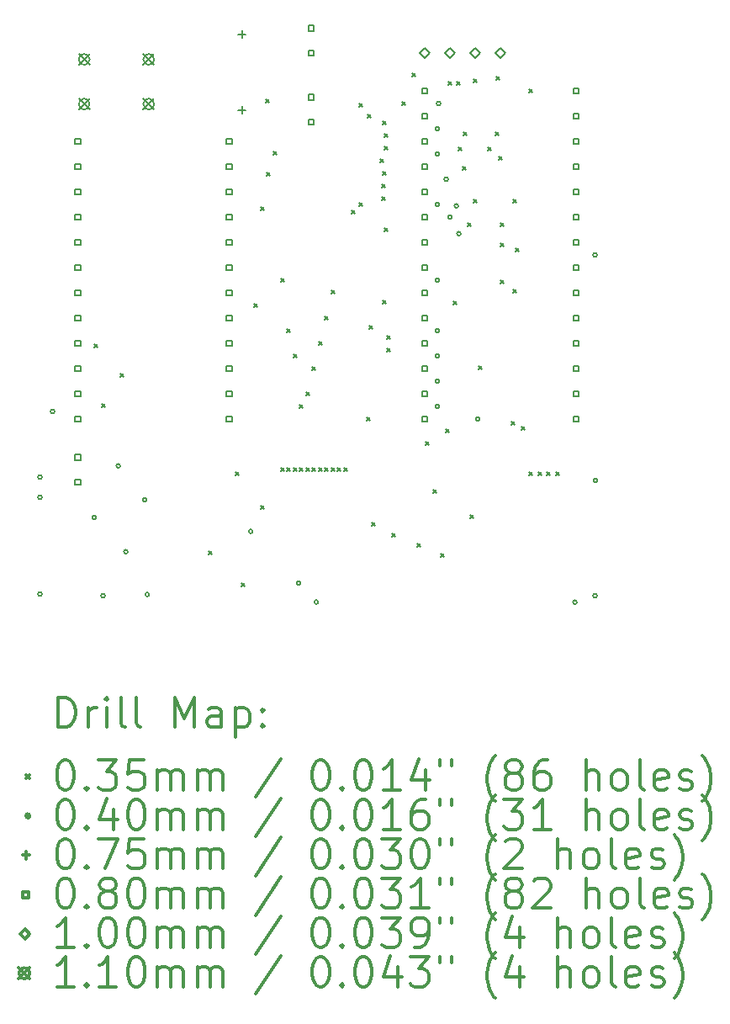
<source format=gbr>
%FSLAX45Y45*%
G04 Gerber Fmt 4.5, Leading zero omitted, Abs format (unit mm)*
G04 Created by KiCad (PCBNEW (5.1.5)-3) date 2020-10-02 02:33:29*
%MOMM*%
%LPD*%
G04 APERTURE LIST*
%ADD10C,0.200000*%
%ADD11C,0.300000*%
G04 APERTURE END LIST*
D10*
X11971300Y-11437900D02*
X12006300Y-11472900D01*
X12006300Y-11437900D02*
X11971300Y-11472900D01*
X12047500Y-12034800D02*
X12082500Y-12069800D01*
X12082500Y-12034800D02*
X12047500Y-12069800D01*
X12238000Y-11730000D02*
X12273000Y-11765000D01*
X12273000Y-11730000D02*
X12238000Y-11765000D01*
X13127000Y-13520700D02*
X13162000Y-13555700D01*
X13162000Y-13520700D02*
X13127000Y-13555700D01*
X13393700Y-12720600D02*
X13428700Y-12755600D01*
X13428700Y-12720600D02*
X13393700Y-12755600D01*
X13457200Y-13838200D02*
X13492200Y-13873200D01*
X13492200Y-13838200D02*
X13457200Y-13873200D01*
X13584200Y-11031500D02*
X13619200Y-11066500D01*
X13619200Y-11031500D02*
X13584200Y-11066500D01*
X13647700Y-10053600D02*
X13682700Y-10088600D01*
X13682700Y-10053600D02*
X13647700Y-10088600D01*
X13647700Y-13063500D02*
X13682700Y-13098500D01*
X13682700Y-13063500D02*
X13647700Y-13098500D01*
X13698500Y-8974100D02*
X13733500Y-9009100D01*
X13733500Y-8974100D02*
X13698500Y-9009100D01*
X13711200Y-9710700D02*
X13746200Y-9745700D01*
X13746200Y-9710700D02*
X13711200Y-9745700D01*
X13774700Y-9494800D02*
X13809700Y-9529800D01*
X13809700Y-9494800D02*
X13774700Y-9529800D01*
X13850900Y-10777500D02*
X13885900Y-10812500D01*
X13885900Y-10777500D02*
X13850900Y-10812500D01*
X13850900Y-12682500D02*
X13885900Y-12717500D01*
X13885900Y-12682500D02*
X13850900Y-12717500D01*
X13914400Y-11285500D02*
X13949400Y-11320500D01*
X13949400Y-11285500D02*
X13914400Y-11320500D01*
X13914400Y-12682500D02*
X13949400Y-12717500D01*
X13949400Y-12682500D02*
X13914400Y-12717500D01*
X13977900Y-11539500D02*
X14012900Y-11574500D01*
X14012900Y-11539500D02*
X13977900Y-11574500D01*
X13977900Y-12682500D02*
X14012900Y-12717500D01*
X14012900Y-12682500D02*
X13977900Y-12717500D01*
X14041400Y-12047500D02*
X14076400Y-12082500D01*
X14076400Y-12047500D02*
X14041400Y-12082500D01*
X14041400Y-12682500D02*
X14076400Y-12717500D01*
X14076400Y-12682500D02*
X14041400Y-12717500D01*
X14104900Y-11920500D02*
X14139900Y-11955500D01*
X14139900Y-11920500D02*
X14104900Y-11955500D01*
X14104900Y-12682500D02*
X14139900Y-12717500D01*
X14139900Y-12682500D02*
X14104900Y-12717500D01*
X14168400Y-11666500D02*
X14203400Y-11701500D01*
X14203400Y-11666500D02*
X14168400Y-11701500D01*
X14168400Y-12682500D02*
X14203400Y-12717500D01*
X14203400Y-12682500D02*
X14168400Y-12717500D01*
X14231900Y-11412500D02*
X14266900Y-11447500D01*
X14266900Y-11412500D02*
X14231900Y-11447500D01*
X14231900Y-12682500D02*
X14266900Y-12717500D01*
X14266900Y-12682500D02*
X14231900Y-12717500D01*
X14295400Y-11158500D02*
X14330400Y-11193500D01*
X14330400Y-11158500D02*
X14295400Y-11193500D01*
X14295400Y-12682500D02*
X14330400Y-12717500D01*
X14330400Y-12682500D02*
X14295400Y-12717500D01*
X14358900Y-10891800D02*
X14393900Y-10926800D01*
X14393900Y-10891800D02*
X14358900Y-10926800D01*
X14358900Y-12682500D02*
X14393900Y-12717500D01*
X14393900Y-12682500D02*
X14358900Y-12717500D01*
X14422400Y-12682500D02*
X14457400Y-12717500D01*
X14457400Y-12682500D02*
X14422400Y-12717500D01*
X14485900Y-12682500D02*
X14520900Y-12717500D01*
X14520900Y-12682500D02*
X14485900Y-12717500D01*
X14562100Y-10091700D02*
X14597100Y-10126700D01*
X14597100Y-10091700D02*
X14562100Y-10126700D01*
X14638300Y-9012200D02*
X14673300Y-9047200D01*
X14673300Y-9012200D02*
X14638300Y-9047200D01*
X14638300Y-10015500D02*
X14673300Y-10050500D01*
X14673300Y-10015500D02*
X14638300Y-10050500D01*
X14714500Y-12174500D02*
X14749500Y-12209500D01*
X14749500Y-12174500D02*
X14714500Y-12209500D01*
X14727200Y-9126500D02*
X14762200Y-9161500D01*
X14762200Y-9126500D02*
X14727200Y-9161500D01*
X14739900Y-11247400D02*
X14774900Y-11282400D01*
X14774900Y-11247400D02*
X14739900Y-11282400D01*
X14765300Y-13228600D02*
X14800300Y-13263600D01*
X14800300Y-13228600D02*
X14765300Y-13263600D01*
X14854200Y-9571000D02*
X14889200Y-9606000D01*
X14889200Y-9571000D02*
X14854200Y-9606000D01*
X14866900Y-9825000D02*
X14901900Y-9860000D01*
X14901900Y-9825000D02*
X14866900Y-9860000D01*
X14866900Y-9952000D02*
X14901900Y-9987000D01*
X14901900Y-9952000D02*
X14866900Y-9987000D01*
X14879600Y-9190000D02*
X14914600Y-9225000D01*
X14914600Y-9190000D02*
X14879600Y-9225000D01*
X14879600Y-9698000D02*
X14914600Y-9733000D01*
X14914600Y-9698000D02*
X14879600Y-9733000D01*
X14879600Y-10993400D02*
X14914600Y-11028400D01*
X14914600Y-10993400D02*
X14879600Y-11028400D01*
X14892300Y-9317000D02*
X14927300Y-9352000D01*
X14927300Y-9317000D02*
X14892300Y-9352000D01*
X14892300Y-9444000D02*
X14927300Y-9479000D01*
X14927300Y-9444000D02*
X14892300Y-9479000D01*
X14892300Y-10269500D02*
X14927300Y-10304500D01*
X14927300Y-10269500D02*
X14892300Y-10304500D01*
X14917700Y-11349000D02*
X14952700Y-11384000D01*
X14952700Y-11349000D02*
X14917700Y-11384000D01*
X14917700Y-11476000D02*
X14952700Y-11511000D01*
X14952700Y-11476000D02*
X14917700Y-11511000D01*
X14968500Y-13342900D02*
X15003500Y-13377900D01*
X15003500Y-13342900D02*
X14968500Y-13377900D01*
X15070100Y-8999500D02*
X15105100Y-9034500D01*
X15105100Y-8999500D02*
X15070100Y-9034500D01*
X15171700Y-8707400D02*
X15206700Y-8742400D01*
X15206700Y-8707400D02*
X15171700Y-8742400D01*
X15222500Y-13444500D02*
X15257500Y-13479500D01*
X15257500Y-13444500D02*
X15222500Y-13479500D01*
X15311400Y-12415800D02*
X15346400Y-12450800D01*
X15346400Y-12415800D02*
X15311400Y-12450800D01*
X15387600Y-12898400D02*
X15422600Y-12933400D01*
X15422600Y-12898400D02*
X15387600Y-12933400D01*
X15463800Y-13546100D02*
X15498800Y-13581100D01*
X15498800Y-13546100D02*
X15463800Y-13581100D01*
X15514600Y-12288800D02*
X15549600Y-12323800D01*
X15549600Y-12288800D02*
X15514600Y-12323800D01*
X15540000Y-8796300D02*
X15575000Y-8831300D01*
X15575000Y-8796300D02*
X15540000Y-8831300D01*
X15590800Y-11006100D02*
X15625800Y-11041100D01*
X15625800Y-11006100D02*
X15590800Y-11041100D01*
X15625000Y-8795284D02*
X15660000Y-8830284D01*
X15660000Y-8795284D02*
X15625000Y-8830284D01*
X15641600Y-9456700D02*
X15676600Y-9491700D01*
X15676600Y-9456700D02*
X15641600Y-9491700D01*
X15679700Y-9647200D02*
X15714700Y-9682200D01*
X15714700Y-9647200D02*
X15679700Y-9682200D01*
X15692400Y-9304300D02*
X15727400Y-9339300D01*
X15727400Y-9304300D02*
X15692400Y-9339300D01*
X15730500Y-10218700D02*
X15765500Y-10253700D01*
X15765500Y-10218700D02*
X15730500Y-10253700D01*
X15755900Y-13152400D02*
X15790900Y-13187400D01*
X15790900Y-13152400D02*
X15755900Y-13187400D01*
X15794000Y-8770900D02*
X15829000Y-8805900D01*
X15829000Y-8770900D02*
X15794000Y-8805900D01*
X15794000Y-9977400D02*
X15829000Y-10012400D01*
X15829000Y-9977400D02*
X15794000Y-10012400D01*
X15844800Y-11653800D02*
X15879800Y-11688800D01*
X15879800Y-11653800D02*
X15844800Y-11688800D01*
X15933700Y-9456700D02*
X15968700Y-9491700D01*
X15968700Y-9456700D02*
X15933700Y-9491700D01*
X16009900Y-9304300D02*
X16044900Y-9339300D01*
X16044900Y-9304300D02*
X16009900Y-9339300D01*
X16022600Y-8745500D02*
X16057600Y-8780500D01*
X16057600Y-8745500D02*
X16022600Y-8780500D01*
X16048000Y-9545600D02*
X16083000Y-9580600D01*
X16083000Y-9545600D02*
X16048000Y-9580600D01*
X16060700Y-10218700D02*
X16095700Y-10253700D01*
X16095700Y-10218700D02*
X16060700Y-10253700D01*
X16060700Y-10421900D02*
X16095700Y-10456900D01*
X16095700Y-10421900D02*
X16060700Y-10456900D01*
X16060700Y-10790200D02*
X16095700Y-10825200D01*
X16095700Y-10790200D02*
X16060700Y-10825200D01*
X16175000Y-12212600D02*
X16210000Y-12247600D01*
X16210000Y-12212600D02*
X16175000Y-12247600D01*
X16187700Y-9977400D02*
X16222700Y-10012400D01*
X16222700Y-9977400D02*
X16187700Y-10012400D01*
X16190700Y-10888800D02*
X16225700Y-10923800D01*
X16225700Y-10888800D02*
X16190700Y-10923800D01*
X16213100Y-10472700D02*
X16248100Y-10507700D01*
X16248100Y-10472700D02*
X16213100Y-10507700D01*
X16276600Y-12263400D02*
X16311600Y-12298400D01*
X16311600Y-12263400D02*
X16276600Y-12298400D01*
X16352800Y-8872500D02*
X16387800Y-8907500D01*
X16387800Y-8872500D02*
X16352800Y-8907500D01*
X16352800Y-12720600D02*
X16387800Y-12755600D01*
X16387800Y-12720600D02*
X16352800Y-12755600D01*
X16441700Y-12720600D02*
X16476700Y-12755600D01*
X16476700Y-12720600D02*
X16441700Y-12755600D01*
X16530600Y-12720600D02*
X16565600Y-12755600D01*
X16565600Y-12720600D02*
X16530600Y-12755600D01*
X16619500Y-12720600D02*
X16654500Y-12755600D01*
X16654500Y-12720600D02*
X16619500Y-12755600D01*
X11450000Y-12776200D02*
G75*
G03X11450000Y-12776200I-20000J0D01*
G01*
X11450000Y-12979400D02*
G75*
G03X11450000Y-12979400I-20000J0D01*
G01*
X11450000Y-13952353D02*
G75*
G03X11450000Y-13952353I-20000J0D01*
G01*
X11577000Y-12115800D02*
G75*
G03X11577000Y-12115800I-20000J0D01*
G01*
X11996100Y-13182600D02*
G75*
G03X11996100Y-13182600I-20000J0D01*
G01*
X12085000Y-13970000D02*
G75*
G03X12085000Y-13970000I-20000J0D01*
G01*
X12237400Y-12661900D02*
G75*
G03X12237400Y-12661900I-20000J0D01*
G01*
X12313600Y-13525500D02*
G75*
G03X12313600Y-13525500I-20000J0D01*
G01*
X12504100Y-13004800D02*
G75*
G03X12504100Y-13004800I-20000J0D01*
G01*
X12529500Y-13957300D02*
G75*
G03X12529500Y-13957300I-20000J0D01*
G01*
X13570900Y-13322300D02*
G75*
G03X13570900Y-13322300I-20000J0D01*
G01*
X14053500Y-13843000D02*
G75*
G03X14053500Y-13843000I-20000J0D01*
G01*
X14231300Y-14033500D02*
G75*
G03X14231300Y-14033500I-20000J0D01*
G01*
X15450500Y-9271000D02*
G75*
G03X15450500Y-9271000I-20000J0D01*
G01*
X15450500Y-9525000D02*
G75*
G03X15450500Y-9525000I-20000J0D01*
G01*
X15450500Y-10033000D02*
G75*
G03X15450500Y-10033000I-20000J0D01*
G01*
X15450500Y-10795000D02*
G75*
G03X15450500Y-10795000I-20000J0D01*
G01*
X15450500Y-11303000D02*
G75*
G03X15450500Y-11303000I-20000J0D01*
G01*
X15450500Y-11557000D02*
G75*
G03X15450500Y-11557000I-20000J0D01*
G01*
X15450500Y-11811000D02*
G75*
G03X15450500Y-11811000I-20000J0D01*
G01*
X15450500Y-12065000D02*
G75*
G03X15450500Y-12065000I-20000J0D01*
G01*
X15463200Y-9017000D02*
G75*
G03X15463200Y-9017000I-20000J0D01*
G01*
X15539400Y-9779000D02*
G75*
G03X15539400Y-9779000I-20000J0D01*
G01*
X15577500Y-10160000D02*
G75*
G03X15577500Y-10160000I-20000J0D01*
G01*
X15641000Y-10045700D02*
G75*
G03X15641000Y-10045700I-20000J0D01*
G01*
X15666400Y-10325100D02*
G75*
G03X15666400Y-10325100I-20000J0D01*
G01*
X15856900Y-12192000D02*
G75*
G03X15856900Y-12192000I-20000J0D01*
G01*
X16834800Y-14033500D02*
G75*
G03X16834800Y-14033500I-20000J0D01*
G01*
X17038000Y-10541000D02*
G75*
G03X17038000Y-10541000I-20000J0D01*
G01*
X17038000Y-13970000D02*
G75*
G03X17038000Y-13970000I-20000J0D01*
G01*
X17043329Y-12808971D02*
G75*
G03X17043329Y-12808971I-20000J0D01*
G01*
X13462000Y-8281000D02*
X13462000Y-8356000D01*
X13424500Y-8318500D02*
X13499500Y-8318500D01*
X13462000Y-9043000D02*
X13462000Y-9118000D01*
X13424500Y-9080500D02*
X13499500Y-9080500D01*
X11839284Y-12605284D02*
X11839284Y-12548715D01*
X11782715Y-12548715D01*
X11782715Y-12605284D01*
X11839284Y-12605284D01*
X11839284Y-12855284D02*
X11839284Y-12798715D01*
X11782715Y-12798715D01*
X11782715Y-12855284D01*
X11839284Y-12855284D01*
X15331784Y-8918285D02*
X15331784Y-8861716D01*
X15275215Y-8861716D01*
X15275215Y-8918285D01*
X15331784Y-8918285D01*
X15331784Y-9172285D02*
X15331784Y-9115716D01*
X15275215Y-9115716D01*
X15275215Y-9172285D01*
X15331784Y-9172285D01*
X15331784Y-9426285D02*
X15331784Y-9369716D01*
X15275215Y-9369716D01*
X15275215Y-9426285D01*
X15331784Y-9426285D01*
X15331784Y-9680285D02*
X15331784Y-9623716D01*
X15275215Y-9623716D01*
X15275215Y-9680285D01*
X15331784Y-9680285D01*
X15331784Y-9934285D02*
X15331784Y-9877716D01*
X15275215Y-9877716D01*
X15275215Y-9934285D01*
X15331784Y-9934285D01*
X15331784Y-10188285D02*
X15331784Y-10131716D01*
X15275215Y-10131716D01*
X15275215Y-10188285D01*
X15331784Y-10188285D01*
X15331784Y-10442285D02*
X15331784Y-10385716D01*
X15275215Y-10385716D01*
X15275215Y-10442285D01*
X15331784Y-10442285D01*
X15331784Y-10696285D02*
X15331784Y-10639716D01*
X15275215Y-10639716D01*
X15275215Y-10696285D01*
X15331784Y-10696285D01*
X15331784Y-10950285D02*
X15331784Y-10893716D01*
X15275215Y-10893716D01*
X15275215Y-10950285D01*
X15331784Y-10950285D01*
X15331784Y-11204284D02*
X15331784Y-11147716D01*
X15275215Y-11147716D01*
X15275215Y-11204284D01*
X15331784Y-11204284D01*
X15331784Y-11458284D02*
X15331784Y-11401715D01*
X15275215Y-11401715D01*
X15275215Y-11458284D01*
X15331784Y-11458284D01*
X15331784Y-11712284D02*
X15331784Y-11655715D01*
X15275215Y-11655715D01*
X15275215Y-11712284D01*
X15331784Y-11712284D01*
X16855785Y-8918285D02*
X16855785Y-8861716D01*
X16799216Y-8861716D01*
X16799216Y-8918285D01*
X16855785Y-8918285D01*
X16855785Y-9172285D02*
X16855785Y-9115716D01*
X16799216Y-9115716D01*
X16799216Y-9172285D01*
X16855785Y-9172285D01*
X16855785Y-9426285D02*
X16855785Y-9369716D01*
X16799216Y-9369716D01*
X16799216Y-9426285D01*
X16855785Y-9426285D01*
X16855785Y-9680285D02*
X16855785Y-9623716D01*
X16799216Y-9623716D01*
X16799216Y-9680285D01*
X16855785Y-9680285D01*
X16855785Y-9934285D02*
X16855785Y-9877716D01*
X16799216Y-9877716D01*
X16799216Y-9934285D01*
X16855785Y-9934285D01*
X16855785Y-10188285D02*
X16855785Y-10131716D01*
X16799216Y-10131716D01*
X16799216Y-10188285D01*
X16855785Y-10188285D01*
X16855785Y-10442285D02*
X16855785Y-10385716D01*
X16799216Y-10385716D01*
X16799216Y-10442285D01*
X16855785Y-10442285D01*
X16855785Y-10696285D02*
X16855785Y-10639716D01*
X16799216Y-10639716D01*
X16799216Y-10696285D01*
X16855785Y-10696285D01*
X16855785Y-10950285D02*
X16855785Y-10893716D01*
X16799216Y-10893716D01*
X16799216Y-10950285D01*
X16855785Y-10950285D01*
X16855785Y-11204284D02*
X16855785Y-11147716D01*
X16799216Y-11147716D01*
X16799216Y-11204284D01*
X16855785Y-11204284D01*
X16855785Y-11458284D02*
X16855785Y-11401715D01*
X16799216Y-11401715D01*
X16799216Y-11458284D01*
X16855785Y-11458284D01*
X16855785Y-11712284D02*
X16855785Y-11655715D01*
X16799216Y-11655715D01*
X16799216Y-11712284D01*
X16855785Y-11712284D01*
X15331784Y-8918285D02*
X15331784Y-8861716D01*
X15275215Y-8861716D01*
X15275215Y-8918285D01*
X15331784Y-8918285D01*
X15331784Y-9172285D02*
X15331784Y-9115716D01*
X15275215Y-9115716D01*
X15275215Y-9172285D01*
X15331784Y-9172285D01*
X15331784Y-9426285D02*
X15331784Y-9369716D01*
X15275215Y-9369716D01*
X15275215Y-9426285D01*
X15331784Y-9426285D01*
X15331784Y-9680285D02*
X15331784Y-9623716D01*
X15275215Y-9623716D01*
X15275215Y-9680285D01*
X15331784Y-9680285D01*
X15331784Y-9934285D02*
X15331784Y-9877716D01*
X15275215Y-9877716D01*
X15275215Y-9934285D01*
X15331784Y-9934285D01*
X15331784Y-10188285D02*
X15331784Y-10131716D01*
X15275215Y-10131716D01*
X15275215Y-10188285D01*
X15331784Y-10188285D01*
X15331784Y-10442285D02*
X15331784Y-10385716D01*
X15275215Y-10385716D01*
X15275215Y-10442285D01*
X15331784Y-10442285D01*
X15331784Y-10696285D02*
X15331784Y-10639716D01*
X15275215Y-10639716D01*
X15275215Y-10696285D01*
X15331784Y-10696285D01*
X15331784Y-10950285D02*
X15331784Y-10893716D01*
X15275215Y-10893716D01*
X15275215Y-10950285D01*
X15331784Y-10950285D01*
X15331784Y-11204284D02*
X15331784Y-11147716D01*
X15275215Y-11147716D01*
X15275215Y-11204284D01*
X15331784Y-11204284D01*
X15331784Y-11458284D02*
X15331784Y-11401715D01*
X15275215Y-11401715D01*
X15275215Y-11458284D01*
X15331784Y-11458284D01*
X15331784Y-11712284D02*
X15331784Y-11655715D01*
X15275215Y-11655715D01*
X15275215Y-11712284D01*
X15331784Y-11712284D01*
X15331784Y-11966284D02*
X15331784Y-11909715D01*
X15275215Y-11909715D01*
X15275215Y-11966284D01*
X15331784Y-11966284D01*
X15331784Y-12220284D02*
X15331784Y-12163715D01*
X15275215Y-12163715D01*
X15275215Y-12220284D01*
X15331784Y-12220284D01*
X16855785Y-8918285D02*
X16855785Y-8861716D01*
X16799216Y-8861716D01*
X16799216Y-8918285D01*
X16855785Y-8918285D01*
X16855785Y-9172285D02*
X16855785Y-9115716D01*
X16799216Y-9115716D01*
X16799216Y-9172285D01*
X16855785Y-9172285D01*
X16855785Y-9426285D02*
X16855785Y-9369716D01*
X16799216Y-9369716D01*
X16799216Y-9426285D01*
X16855785Y-9426285D01*
X16855785Y-9680285D02*
X16855785Y-9623716D01*
X16799216Y-9623716D01*
X16799216Y-9680285D01*
X16855785Y-9680285D01*
X16855785Y-9934285D02*
X16855785Y-9877716D01*
X16799216Y-9877716D01*
X16799216Y-9934285D01*
X16855785Y-9934285D01*
X16855785Y-10188285D02*
X16855785Y-10131716D01*
X16799216Y-10131716D01*
X16799216Y-10188285D01*
X16855785Y-10188285D01*
X16855785Y-10442285D02*
X16855785Y-10385716D01*
X16799216Y-10385716D01*
X16799216Y-10442285D01*
X16855785Y-10442285D01*
X16855785Y-10696285D02*
X16855785Y-10639716D01*
X16799216Y-10639716D01*
X16799216Y-10696285D01*
X16855785Y-10696285D01*
X16855785Y-10950285D02*
X16855785Y-10893716D01*
X16799216Y-10893716D01*
X16799216Y-10950285D01*
X16855785Y-10950285D01*
X16855785Y-11204284D02*
X16855785Y-11147716D01*
X16799216Y-11147716D01*
X16799216Y-11204284D01*
X16855785Y-11204284D01*
X16855785Y-11458284D02*
X16855785Y-11401715D01*
X16799216Y-11401715D01*
X16799216Y-11458284D01*
X16855785Y-11458284D01*
X16855785Y-11712284D02*
X16855785Y-11655715D01*
X16799216Y-11655715D01*
X16799216Y-11712284D01*
X16855785Y-11712284D01*
X16855785Y-11966284D02*
X16855785Y-11909715D01*
X16799216Y-11909715D01*
X16799216Y-11966284D01*
X16855785Y-11966284D01*
X16855785Y-12220284D02*
X16855785Y-12163715D01*
X16799216Y-12163715D01*
X16799216Y-12220284D01*
X16855785Y-12220284D01*
X11839284Y-9426285D02*
X11839284Y-9369716D01*
X11782715Y-9369716D01*
X11782715Y-9426285D01*
X11839284Y-9426285D01*
X11839284Y-9680285D02*
X11839284Y-9623716D01*
X11782715Y-9623716D01*
X11782715Y-9680285D01*
X11839284Y-9680285D01*
X11839284Y-9934285D02*
X11839284Y-9877716D01*
X11782715Y-9877716D01*
X11782715Y-9934285D01*
X11839284Y-9934285D01*
X11839284Y-10188285D02*
X11839284Y-10131716D01*
X11782715Y-10131716D01*
X11782715Y-10188285D01*
X11839284Y-10188285D01*
X11839284Y-10442285D02*
X11839284Y-10385716D01*
X11782715Y-10385716D01*
X11782715Y-10442285D01*
X11839284Y-10442285D01*
X11839284Y-10696285D02*
X11839284Y-10639716D01*
X11782715Y-10639716D01*
X11782715Y-10696285D01*
X11839284Y-10696285D01*
X11839284Y-10950285D02*
X11839284Y-10893716D01*
X11782715Y-10893716D01*
X11782715Y-10950285D01*
X11839284Y-10950285D01*
X11839284Y-11204284D02*
X11839284Y-11147716D01*
X11782715Y-11147716D01*
X11782715Y-11204284D01*
X11839284Y-11204284D01*
X11839284Y-11458284D02*
X11839284Y-11401715D01*
X11782715Y-11401715D01*
X11782715Y-11458284D01*
X11839284Y-11458284D01*
X11839284Y-11712284D02*
X11839284Y-11655715D01*
X11782715Y-11655715D01*
X11782715Y-11712284D01*
X11839284Y-11712284D01*
X11839284Y-11966284D02*
X11839284Y-11909715D01*
X11782715Y-11909715D01*
X11782715Y-11966284D01*
X11839284Y-11966284D01*
X11839284Y-12220284D02*
X11839284Y-12163715D01*
X11782715Y-12163715D01*
X11782715Y-12220284D01*
X11839284Y-12220284D01*
X13363284Y-9426285D02*
X13363284Y-9369716D01*
X13306715Y-9369716D01*
X13306715Y-9426285D01*
X13363284Y-9426285D01*
X13363284Y-9680285D02*
X13363284Y-9623716D01*
X13306715Y-9623716D01*
X13306715Y-9680285D01*
X13363284Y-9680285D01*
X13363284Y-9934285D02*
X13363284Y-9877716D01*
X13306715Y-9877716D01*
X13306715Y-9934285D01*
X13363284Y-9934285D01*
X13363284Y-10188285D02*
X13363284Y-10131716D01*
X13306715Y-10131716D01*
X13306715Y-10188285D01*
X13363284Y-10188285D01*
X13363284Y-10442285D02*
X13363284Y-10385716D01*
X13306715Y-10385716D01*
X13306715Y-10442285D01*
X13363284Y-10442285D01*
X13363284Y-10696285D02*
X13363284Y-10639716D01*
X13306715Y-10639716D01*
X13306715Y-10696285D01*
X13363284Y-10696285D01*
X13363284Y-10950285D02*
X13363284Y-10893716D01*
X13306715Y-10893716D01*
X13306715Y-10950285D01*
X13363284Y-10950285D01*
X13363284Y-11204284D02*
X13363284Y-11147716D01*
X13306715Y-11147716D01*
X13306715Y-11204284D01*
X13363284Y-11204284D01*
X13363284Y-11458284D02*
X13363284Y-11401715D01*
X13306715Y-11401715D01*
X13306715Y-11458284D01*
X13363284Y-11458284D01*
X13363284Y-11712284D02*
X13363284Y-11655715D01*
X13306715Y-11655715D01*
X13306715Y-11712284D01*
X13363284Y-11712284D01*
X13363284Y-11966284D02*
X13363284Y-11909715D01*
X13306715Y-11909715D01*
X13306715Y-11966284D01*
X13363284Y-11966284D01*
X13363284Y-12220284D02*
X13363284Y-12163715D01*
X13306715Y-12163715D01*
X13306715Y-12220284D01*
X13363284Y-12220284D01*
X14188784Y-8287284D02*
X14188784Y-8230715D01*
X14132215Y-8230715D01*
X14132215Y-8287284D01*
X14188784Y-8287284D01*
X14188784Y-8537285D02*
X14188784Y-8480716D01*
X14132215Y-8480716D01*
X14132215Y-8537285D01*
X14188784Y-8537285D01*
X14188784Y-8981785D02*
X14188784Y-8925216D01*
X14132215Y-8925216D01*
X14132215Y-8981785D01*
X14188784Y-8981785D01*
X14188784Y-9231785D02*
X14188784Y-9175216D01*
X14132215Y-9175216D01*
X14132215Y-9231785D01*
X14188784Y-9231785D01*
X15303500Y-8559000D02*
X15353500Y-8509000D01*
X15303500Y-8459000D01*
X15253500Y-8509000D01*
X15303500Y-8559000D01*
X15557500Y-8559000D02*
X15607500Y-8509000D01*
X15557500Y-8459000D01*
X15507500Y-8509000D01*
X15557500Y-8559000D01*
X15811500Y-8559000D02*
X15861500Y-8509000D01*
X15811500Y-8459000D01*
X15761500Y-8509000D01*
X15811500Y-8559000D01*
X16065500Y-8559000D02*
X16115500Y-8509000D01*
X16065500Y-8459000D01*
X16015500Y-8509000D01*
X16065500Y-8559000D01*
X11819500Y-8517500D02*
X11929500Y-8627500D01*
X11929500Y-8517500D02*
X11819500Y-8627500D01*
X11929500Y-8572500D02*
G75*
G03X11929500Y-8572500I-55000J0D01*
G01*
X11819500Y-8967500D02*
X11929500Y-9077500D01*
X11929500Y-8967500D02*
X11819500Y-9077500D01*
X11929500Y-9022500D02*
G75*
G03X11929500Y-9022500I-55000J0D01*
G01*
X12469500Y-8517500D02*
X12579500Y-8627500D01*
X12579500Y-8517500D02*
X12469500Y-8627500D01*
X12579500Y-8572500D02*
G75*
G03X12579500Y-8572500I-55000J0D01*
G01*
X12469500Y-8967500D02*
X12579500Y-9077500D01*
X12579500Y-8967500D02*
X12469500Y-9077500D01*
X12579500Y-9022500D02*
G75*
G03X12579500Y-9022500I-55000J0D01*
G01*
D11*
X11613558Y-15294234D02*
X11613558Y-14994234D01*
X11684987Y-14994234D01*
X11727844Y-15008520D01*
X11756416Y-15037091D01*
X11770701Y-15065663D01*
X11784987Y-15122806D01*
X11784987Y-15165663D01*
X11770701Y-15222806D01*
X11756416Y-15251377D01*
X11727844Y-15279949D01*
X11684987Y-15294234D01*
X11613558Y-15294234D01*
X11913558Y-15294234D02*
X11913558Y-15094234D01*
X11913558Y-15151377D02*
X11927844Y-15122806D01*
X11942130Y-15108520D01*
X11970701Y-15094234D01*
X11999273Y-15094234D01*
X12099273Y-15294234D02*
X12099273Y-15094234D01*
X12099273Y-14994234D02*
X12084987Y-15008520D01*
X12099273Y-15022806D01*
X12113558Y-15008520D01*
X12099273Y-14994234D01*
X12099273Y-15022806D01*
X12284987Y-15294234D02*
X12256416Y-15279949D01*
X12242130Y-15251377D01*
X12242130Y-14994234D01*
X12442130Y-15294234D02*
X12413558Y-15279949D01*
X12399273Y-15251377D01*
X12399273Y-14994234D01*
X12784987Y-15294234D02*
X12784987Y-14994234D01*
X12884987Y-15208520D01*
X12984987Y-14994234D01*
X12984987Y-15294234D01*
X13256416Y-15294234D02*
X13256416Y-15137091D01*
X13242130Y-15108520D01*
X13213558Y-15094234D01*
X13156416Y-15094234D01*
X13127844Y-15108520D01*
X13256416Y-15279949D02*
X13227844Y-15294234D01*
X13156416Y-15294234D01*
X13127844Y-15279949D01*
X13113558Y-15251377D01*
X13113558Y-15222806D01*
X13127844Y-15194234D01*
X13156416Y-15179949D01*
X13227844Y-15179949D01*
X13256416Y-15165663D01*
X13399273Y-15094234D02*
X13399273Y-15394234D01*
X13399273Y-15108520D02*
X13427844Y-15094234D01*
X13484987Y-15094234D01*
X13513558Y-15108520D01*
X13527844Y-15122806D01*
X13542130Y-15151377D01*
X13542130Y-15237091D01*
X13527844Y-15265663D01*
X13513558Y-15279949D01*
X13484987Y-15294234D01*
X13427844Y-15294234D01*
X13399273Y-15279949D01*
X13670701Y-15265663D02*
X13684987Y-15279949D01*
X13670701Y-15294234D01*
X13656416Y-15279949D01*
X13670701Y-15265663D01*
X13670701Y-15294234D01*
X13670701Y-15108520D02*
X13684987Y-15122806D01*
X13670701Y-15137091D01*
X13656416Y-15122806D01*
X13670701Y-15108520D01*
X13670701Y-15137091D01*
X11292130Y-15771020D02*
X11327130Y-15806020D01*
X11327130Y-15771020D02*
X11292130Y-15806020D01*
X11670701Y-15624234D02*
X11699273Y-15624234D01*
X11727844Y-15638520D01*
X11742130Y-15652806D01*
X11756416Y-15681377D01*
X11770701Y-15738520D01*
X11770701Y-15809949D01*
X11756416Y-15867091D01*
X11742130Y-15895663D01*
X11727844Y-15909949D01*
X11699273Y-15924234D01*
X11670701Y-15924234D01*
X11642130Y-15909949D01*
X11627844Y-15895663D01*
X11613558Y-15867091D01*
X11599273Y-15809949D01*
X11599273Y-15738520D01*
X11613558Y-15681377D01*
X11627844Y-15652806D01*
X11642130Y-15638520D01*
X11670701Y-15624234D01*
X11899273Y-15895663D02*
X11913558Y-15909949D01*
X11899273Y-15924234D01*
X11884987Y-15909949D01*
X11899273Y-15895663D01*
X11899273Y-15924234D01*
X12013558Y-15624234D02*
X12199273Y-15624234D01*
X12099273Y-15738520D01*
X12142130Y-15738520D01*
X12170701Y-15752806D01*
X12184987Y-15767091D01*
X12199273Y-15795663D01*
X12199273Y-15867091D01*
X12184987Y-15895663D01*
X12170701Y-15909949D01*
X12142130Y-15924234D01*
X12056416Y-15924234D01*
X12027844Y-15909949D01*
X12013558Y-15895663D01*
X12470701Y-15624234D02*
X12327844Y-15624234D01*
X12313558Y-15767091D01*
X12327844Y-15752806D01*
X12356416Y-15738520D01*
X12427844Y-15738520D01*
X12456416Y-15752806D01*
X12470701Y-15767091D01*
X12484987Y-15795663D01*
X12484987Y-15867091D01*
X12470701Y-15895663D01*
X12456416Y-15909949D01*
X12427844Y-15924234D01*
X12356416Y-15924234D01*
X12327844Y-15909949D01*
X12313558Y-15895663D01*
X12613558Y-15924234D02*
X12613558Y-15724234D01*
X12613558Y-15752806D02*
X12627844Y-15738520D01*
X12656416Y-15724234D01*
X12699273Y-15724234D01*
X12727844Y-15738520D01*
X12742130Y-15767091D01*
X12742130Y-15924234D01*
X12742130Y-15767091D02*
X12756416Y-15738520D01*
X12784987Y-15724234D01*
X12827844Y-15724234D01*
X12856416Y-15738520D01*
X12870701Y-15767091D01*
X12870701Y-15924234D01*
X13013558Y-15924234D02*
X13013558Y-15724234D01*
X13013558Y-15752806D02*
X13027844Y-15738520D01*
X13056416Y-15724234D01*
X13099273Y-15724234D01*
X13127844Y-15738520D01*
X13142130Y-15767091D01*
X13142130Y-15924234D01*
X13142130Y-15767091D02*
X13156416Y-15738520D01*
X13184987Y-15724234D01*
X13227844Y-15724234D01*
X13256416Y-15738520D01*
X13270701Y-15767091D01*
X13270701Y-15924234D01*
X13856416Y-15609949D02*
X13599273Y-15995663D01*
X14242130Y-15624234D02*
X14270701Y-15624234D01*
X14299273Y-15638520D01*
X14313558Y-15652806D01*
X14327844Y-15681377D01*
X14342130Y-15738520D01*
X14342130Y-15809949D01*
X14327844Y-15867091D01*
X14313558Y-15895663D01*
X14299273Y-15909949D01*
X14270701Y-15924234D01*
X14242130Y-15924234D01*
X14213558Y-15909949D01*
X14199273Y-15895663D01*
X14184987Y-15867091D01*
X14170701Y-15809949D01*
X14170701Y-15738520D01*
X14184987Y-15681377D01*
X14199273Y-15652806D01*
X14213558Y-15638520D01*
X14242130Y-15624234D01*
X14470701Y-15895663D02*
X14484987Y-15909949D01*
X14470701Y-15924234D01*
X14456416Y-15909949D01*
X14470701Y-15895663D01*
X14470701Y-15924234D01*
X14670701Y-15624234D02*
X14699273Y-15624234D01*
X14727844Y-15638520D01*
X14742130Y-15652806D01*
X14756416Y-15681377D01*
X14770701Y-15738520D01*
X14770701Y-15809949D01*
X14756416Y-15867091D01*
X14742130Y-15895663D01*
X14727844Y-15909949D01*
X14699273Y-15924234D01*
X14670701Y-15924234D01*
X14642130Y-15909949D01*
X14627844Y-15895663D01*
X14613558Y-15867091D01*
X14599273Y-15809949D01*
X14599273Y-15738520D01*
X14613558Y-15681377D01*
X14627844Y-15652806D01*
X14642130Y-15638520D01*
X14670701Y-15624234D01*
X15056416Y-15924234D02*
X14884987Y-15924234D01*
X14970701Y-15924234D02*
X14970701Y-15624234D01*
X14942130Y-15667091D01*
X14913558Y-15695663D01*
X14884987Y-15709949D01*
X15313558Y-15724234D02*
X15313558Y-15924234D01*
X15242130Y-15609949D02*
X15170701Y-15824234D01*
X15356416Y-15824234D01*
X15456416Y-15624234D02*
X15456416Y-15681377D01*
X15570701Y-15624234D02*
X15570701Y-15681377D01*
X16013558Y-16038520D02*
X15999273Y-16024234D01*
X15970701Y-15981377D01*
X15956416Y-15952806D01*
X15942130Y-15909949D01*
X15927844Y-15838520D01*
X15927844Y-15781377D01*
X15942130Y-15709949D01*
X15956416Y-15667091D01*
X15970701Y-15638520D01*
X15999273Y-15595663D01*
X16013558Y-15581377D01*
X16170701Y-15752806D02*
X16142130Y-15738520D01*
X16127844Y-15724234D01*
X16113558Y-15695663D01*
X16113558Y-15681377D01*
X16127844Y-15652806D01*
X16142130Y-15638520D01*
X16170701Y-15624234D01*
X16227844Y-15624234D01*
X16256416Y-15638520D01*
X16270701Y-15652806D01*
X16284987Y-15681377D01*
X16284987Y-15695663D01*
X16270701Y-15724234D01*
X16256416Y-15738520D01*
X16227844Y-15752806D01*
X16170701Y-15752806D01*
X16142130Y-15767091D01*
X16127844Y-15781377D01*
X16113558Y-15809949D01*
X16113558Y-15867091D01*
X16127844Y-15895663D01*
X16142130Y-15909949D01*
X16170701Y-15924234D01*
X16227844Y-15924234D01*
X16256416Y-15909949D01*
X16270701Y-15895663D01*
X16284987Y-15867091D01*
X16284987Y-15809949D01*
X16270701Y-15781377D01*
X16256416Y-15767091D01*
X16227844Y-15752806D01*
X16542130Y-15624234D02*
X16484987Y-15624234D01*
X16456416Y-15638520D01*
X16442130Y-15652806D01*
X16413558Y-15695663D01*
X16399273Y-15752806D01*
X16399273Y-15867091D01*
X16413558Y-15895663D01*
X16427844Y-15909949D01*
X16456416Y-15924234D01*
X16513558Y-15924234D01*
X16542130Y-15909949D01*
X16556416Y-15895663D01*
X16570701Y-15867091D01*
X16570701Y-15795663D01*
X16556416Y-15767091D01*
X16542130Y-15752806D01*
X16513558Y-15738520D01*
X16456416Y-15738520D01*
X16427844Y-15752806D01*
X16413558Y-15767091D01*
X16399273Y-15795663D01*
X16927844Y-15924234D02*
X16927844Y-15624234D01*
X17056416Y-15924234D02*
X17056416Y-15767091D01*
X17042130Y-15738520D01*
X17013558Y-15724234D01*
X16970701Y-15724234D01*
X16942130Y-15738520D01*
X16927844Y-15752806D01*
X17242130Y-15924234D02*
X17213558Y-15909949D01*
X17199273Y-15895663D01*
X17184987Y-15867091D01*
X17184987Y-15781377D01*
X17199273Y-15752806D01*
X17213558Y-15738520D01*
X17242130Y-15724234D01*
X17284987Y-15724234D01*
X17313558Y-15738520D01*
X17327844Y-15752806D01*
X17342130Y-15781377D01*
X17342130Y-15867091D01*
X17327844Y-15895663D01*
X17313558Y-15909949D01*
X17284987Y-15924234D01*
X17242130Y-15924234D01*
X17513558Y-15924234D02*
X17484987Y-15909949D01*
X17470701Y-15881377D01*
X17470701Y-15624234D01*
X17742130Y-15909949D02*
X17713558Y-15924234D01*
X17656416Y-15924234D01*
X17627844Y-15909949D01*
X17613558Y-15881377D01*
X17613558Y-15767091D01*
X17627844Y-15738520D01*
X17656416Y-15724234D01*
X17713558Y-15724234D01*
X17742130Y-15738520D01*
X17756416Y-15767091D01*
X17756416Y-15795663D01*
X17613558Y-15824234D01*
X17870701Y-15909949D02*
X17899273Y-15924234D01*
X17956416Y-15924234D01*
X17984987Y-15909949D01*
X17999273Y-15881377D01*
X17999273Y-15867091D01*
X17984987Y-15838520D01*
X17956416Y-15824234D01*
X17913558Y-15824234D01*
X17884987Y-15809949D01*
X17870701Y-15781377D01*
X17870701Y-15767091D01*
X17884987Y-15738520D01*
X17913558Y-15724234D01*
X17956416Y-15724234D01*
X17984987Y-15738520D01*
X18099273Y-16038520D02*
X18113558Y-16024234D01*
X18142130Y-15981377D01*
X18156416Y-15952806D01*
X18170701Y-15909949D01*
X18184987Y-15838520D01*
X18184987Y-15781377D01*
X18170701Y-15709949D01*
X18156416Y-15667091D01*
X18142130Y-15638520D01*
X18113558Y-15595663D01*
X18099273Y-15581377D01*
X11327130Y-16184520D02*
G75*
G03X11327130Y-16184520I-20000J0D01*
G01*
X11670701Y-16020234D02*
X11699273Y-16020234D01*
X11727844Y-16034520D01*
X11742130Y-16048806D01*
X11756416Y-16077377D01*
X11770701Y-16134520D01*
X11770701Y-16205949D01*
X11756416Y-16263091D01*
X11742130Y-16291663D01*
X11727844Y-16305949D01*
X11699273Y-16320234D01*
X11670701Y-16320234D01*
X11642130Y-16305949D01*
X11627844Y-16291663D01*
X11613558Y-16263091D01*
X11599273Y-16205949D01*
X11599273Y-16134520D01*
X11613558Y-16077377D01*
X11627844Y-16048806D01*
X11642130Y-16034520D01*
X11670701Y-16020234D01*
X11899273Y-16291663D02*
X11913558Y-16305949D01*
X11899273Y-16320234D01*
X11884987Y-16305949D01*
X11899273Y-16291663D01*
X11899273Y-16320234D01*
X12170701Y-16120234D02*
X12170701Y-16320234D01*
X12099273Y-16005949D02*
X12027844Y-16220234D01*
X12213558Y-16220234D01*
X12384987Y-16020234D02*
X12413558Y-16020234D01*
X12442130Y-16034520D01*
X12456416Y-16048806D01*
X12470701Y-16077377D01*
X12484987Y-16134520D01*
X12484987Y-16205949D01*
X12470701Y-16263091D01*
X12456416Y-16291663D01*
X12442130Y-16305949D01*
X12413558Y-16320234D01*
X12384987Y-16320234D01*
X12356416Y-16305949D01*
X12342130Y-16291663D01*
X12327844Y-16263091D01*
X12313558Y-16205949D01*
X12313558Y-16134520D01*
X12327844Y-16077377D01*
X12342130Y-16048806D01*
X12356416Y-16034520D01*
X12384987Y-16020234D01*
X12613558Y-16320234D02*
X12613558Y-16120234D01*
X12613558Y-16148806D02*
X12627844Y-16134520D01*
X12656416Y-16120234D01*
X12699273Y-16120234D01*
X12727844Y-16134520D01*
X12742130Y-16163091D01*
X12742130Y-16320234D01*
X12742130Y-16163091D02*
X12756416Y-16134520D01*
X12784987Y-16120234D01*
X12827844Y-16120234D01*
X12856416Y-16134520D01*
X12870701Y-16163091D01*
X12870701Y-16320234D01*
X13013558Y-16320234D02*
X13013558Y-16120234D01*
X13013558Y-16148806D02*
X13027844Y-16134520D01*
X13056416Y-16120234D01*
X13099273Y-16120234D01*
X13127844Y-16134520D01*
X13142130Y-16163091D01*
X13142130Y-16320234D01*
X13142130Y-16163091D02*
X13156416Y-16134520D01*
X13184987Y-16120234D01*
X13227844Y-16120234D01*
X13256416Y-16134520D01*
X13270701Y-16163091D01*
X13270701Y-16320234D01*
X13856416Y-16005949D02*
X13599273Y-16391663D01*
X14242130Y-16020234D02*
X14270701Y-16020234D01*
X14299273Y-16034520D01*
X14313558Y-16048806D01*
X14327844Y-16077377D01*
X14342130Y-16134520D01*
X14342130Y-16205949D01*
X14327844Y-16263091D01*
X14313558Y-16291663D01*
X14299273Y-16305949D01*
X14270701Y-16320234D01*
X14242130Y-16320234D01*
X14213558Y-16305949D01*
X14199273Y-16291663D01*
X14184987Y-16263091D01*
X14170701Y-16205949D01*
X14170701Y-16134520D01*
X14184987Y-16077377D01*
X14199273Y-16048806D01*
X14213558Y-16034520D01*
X14242130Y-16020234D01*
X14470701Y-16291663D02*
X14484987Y-16305949D01*
X14470701Y-16320234D01*
X14456416Y-16305949D01*
X14470701Y-16291663D01*
X14470701Y-16320234D01*
X14670701Y-16020234D02*
X14699273Y-16020234D01*
X14727844Y-16034520D01*
X14742130Y-16048806D01*
X14756416Y-16077377D01*
X14770701Y-16134520D01*
X14770701Y-16205949D01*
X14756416Y-16263091D01*
X14742130Y-16291663D01*
X14727844Y-16305949D01*
X14699273Y-16320234D01*
X14670701Y-16320234D01*
X14642130Y-16305949D01*
X14627844Y-16291663D01*
X14613558Y-16263091D01*
X14599273Y-16205949D01*
X14599273Y-16134520D01*
X14613558Y-16077377D01*
X14627844Y-16048806D01*
X14642130Y-16034520D01*
X14670701Y-16020234D01*
X15056416Y-16320234D02*
X14884987Y-16320234D01*
X14970701Y-16320234D02*
X14970701Y-16020234D01*
X14942130Y-16063091D01*
X14913558Y-16091663D01*
X14884987Y-16105949D01*
X15313558Y-16020234D02*
X15256416Y-16020234D01*
X15227844Y-16034520D01*
X15213558Y-16048806D01*
X15184987Y-16091663D01*
X15170701Y-16148806D01*
X15170701Y-16263091D01*
X15184987Y-16291663D01*
X15199273Y-16305949D01*
X15227844Y-16320234D01*
X15284987Y-16320234D01*
X15313558Y-16305949D01*
X15327844Y-16291663D01*
X15342130Y-16263091D01*
X15342130Y-16191663D01*
X15327844Y-16163091D01*
X15313558Y-16148806D01*
X15284987Y-16134520D01*
X15227844Y-16134520D01*
X15199273Y-16148806D01*
X15184987Y-16163091D01*
X15170701Y-16191663D01*
X15456416Y-16020234D02*
X15456416Y-16077377D01*
X15570701Y-16020234D02*
X15570701Y-16077377D01*
X16013558Y-16434520D02*
X15999273Y-16420234D01*
X15970701Y-16377377D01*
X15956416Y-16348806D01*
X15942130Y-16305949D01*
X15927844Y-16234520D01*
X15927844Y-16177377D01*
X15942130Y-16105949D01*
X15956416Y-16063091D01*
X15970701Y-16034520D01*
X15999273Y-15991663D01*
X16013558Y-15977377D01*
X16099273Y-16020234D02*
X16284987Y-16020234D01*
X16184987Y-16134520D01*
X16227844Y-16134520D01*
X16256416Y-16148806D01*
X16270701Y-16163091D01*
X16284987Y-16191663D01*
X16284987Y-16263091D01*
X16270701Y-16291663D01*
X16256416Y-16305949D01*
X16227844Y-16320234D01*
X16142130Y-16320234D01*
X16113558Y-16305949D01*
X16099273Y-16291663D01*
X16570701Y-16320234D02*
X16399273Y-16320234D01*
X16484987Y-16320234D02*
X16484987Y-16020234D01*
X16456416Y-16063091D01*
X16427844Y-16091663D01*
X16399273Y-16105949D01*
X16927844Y-16320234D02*
X16927844Y-16020234D01*
X17056416Y-16320234D02*
X17056416Y-16163091D01*
X17042130Y-16134520D01*
X17013558Y-16120234D01*
X16970701Y-16120234D01*
X16942130Y-16134520D01*
X16927844Y-16148806D01*
X17242130Y-16320234D02*
X17213558Y-16305949D01*
X17199273Y-16291663D01*
X17184987Y-16263091D01*
X17184987Y-16177377D01*
X17199273Y-16148806D01*
X17213558Y-16134520D01*
X17242130Y-16120234D01*
X17284987Y-16120234D01*
X17313558Y-16134520D01*
X17327844Y-16148806D01*
X17342130Y-16177377D01*
X17342130Y-16263091D01*
X17327844Y-16291663D01*
X17313558Y-16305949D01*
X17284987Y-16320234D01*
X17242130Y-16320234D01*
X17513558Y-16320234D02*
X17484987Y-16305949D01*
X17470701Y-16277377D01*
X17470701Y-16020234D01*
X17742130Y-16305949D02*
X17713558Y-16320234D01*
X17656416Y-16320234D01*
X17627844Y-16305949D01*
X17613558Y-16277377D01*
X17613558Y-16163091D01*
X17627844Y-16134520D01*
X17656416Y-16120234D01*
X17713558Y-16120234D01*
X17742130Y-16134520D01*
X17756416Y-16163091D01*
X17756416Y-16191663D01*
X17613558Y-16220234D01*
X17870701Y-16305949D02*
X17899273Y-16320234D01*
X17956416Y-16320234D01*
X17984987Y-16305949D01*
X17999273Y-16277377D01*
X17999273Y-16263091D01*
X17984987Y-16234520D01*
X17956416Y-16220234D01*
X17913558Y-16220234D01*
X17884987Y-16205949D01*
X17870701Y-16177377D01*
X17870701Y-16163091D01*
X17884987Y-16134520D01*
X17913558Y-16120234D01*
X17956416Y-16120234D01*
X17984987Y-16134520D01*
X18099273Y-16434520D02*
X18113558Y-16420234D01*
X18142130Y-16377377D01*
X18156416Y-16348806D01*
X18170701Y-16305949D01*
X18184987Y-16234520D01*
X18184987Y-16177377D01*
X18170701Y-16105949D01*
X18156416Y-16063091D01*
X18142130Y-16034520D01*
X18113558Y-15991663D01*
X18099273Y-15977377D01*
X11289630Y-16543020D02*
X11289630Y-16618020D01*
X11252130Y-16580520D02*
X11327130Y-16580520D01*
X11670701Y-16416234D02*
X11699273Y-16416234D01*
X11727844Y-16430520D01*
X11742130Y-16444806D01*
X11756416Y-16473377D01*
X11770701Y-16530520D01*
X11770701Y-16601949D01*
X11756416Y-16659091D01*
X11742130Y-16687663D01*
X11727844Y-16701949D01*
X11699273Y-16716234D01*
X11670701Y-16716234D01*
X11642130Y-16701949D01*
X11627844Y-16687663D01*
X11613558Y-16659091D01*
X11599273Y-16601949D01*
X11599273Y-16530520D01*
X11613558Y-16473377D01*
X11627844Y-16444806D01*
X11642130Y-16430520D01*
X11670701Y-16416234D01*
X11899273Y-16687663D02*
X11913558Y-16701949D01*
X11899273Y-16716234D01*
X11884987Y-16701949D01*
X11899273Y-16687663D01*
X11899273Y-16716234D01*
X12013558Y-16416234D02*
X12213558Y-16416234D01*
X12084987Y-16716234D01*
X12470701Y-16416234D02*
X12327844Y-16416234D01*
X12313558Y-16559091D01*
X12327844Y-16544806D01*
X12356416Y-16530520D01*
X12427844Y-16530520D01*
X12456416Y-16544806D01*
X12470701Y-16559091D01*
X12484987Y-16587663D01*
X12484987Y-16659091D01*
X12470701Y-16687663D01*
X12456416Y-16701949D01*
X12427844Y-16716234D01*
X12356416Y-16716234D01*
X12327844Y-16701949D01*
X12313558Y-16687663D01*
X12613558Y-16716234D02*
X12613558Y-16516234D01*
X12613558Y-16544806D02*
X12627844Y-16530520D01*
X12656416Y-16516234D01*
X12699273Y-16516234D01*
X12727844Y-16530520D01*
X12742130Y-16559091D01*
X12742130Y-16716234D01*
X12742130Y-16559091D02*
X12756416Y-16530520D01*
X12784987Y-16516234D01*
X12827844Y-16516234D01*
X12856416Y-16530520D01*
X12870701Y-16559091D01*
X12870701Y-16716234D01*
X13013558Y-16716234D02*
X13013558Y-16516234D01*
X13013558Y-16544806D02*
X13027844Y-16530520D01*
X13056416Y-16516234D01*
X13099273Y-16516234D01*
X13127844Y-16530520D01*
X13142130Y-16559091D01*
X13142130Y-16716234D01*
X13142130Y-16559091D02*
X13156416Y-16530520D01*
X13184987Y-16516234D01*
X13227844Y-16516234D01*
X13256416Y-16530520D01*
X13270701Y-16559091D01*
X13270701Y-16716234D01*
X13856416Y-16401949D02*
X13599273Y-16787663D01*
X14242130Y-16416234D02*
X14270701Y-16416234D01*
X14299273Y-16430520D01*
X14313558Y-16444806D01*
X14327844Y-16473377D01*
X14342130Y-16530520D01*
X14342130Y-16601949D01*
X14327844Y-16659091D01*
X14313558Y-16687663D01*
X14299273Y-16701949D01*
X14270701Y-16716234D01*
X14242130Y-16716234D01*
X14213558Y-16701949D01*
X14199273Y-16687663D01*
X14184987Y-16659091D01*
X14170701Y-16601949D01*
X14170701Y-16530520D01*
X14184987Y-16473377D01*
X14199273Y-16444806D01*
X14213558Y-16430520D01*
X14242130Y-16416234D01*
X14470701Y-16687663D02*
X14484987Y-16701949D01*
X14470701Y-16716234D01*
X14456416Y-16701949D01*
X14470701Y-16687663D01*
X14470701Y-16716234D01*
X14670701Y-16416234D02*
X14699273Y-16416234D01*
X14727844Y-16430520D01*
X14742130Y-16444806D01*
X14756416Y-16473377D01*
X14770701Y-16530520D01*
X14770701Y-16601949D01*
X14756416Y-16659091D01*
X14742130Y-16687663D01*
X14727844Y-16701949D01*
X14699273Y-16716234D01*
X14670701Y-16716234D01*
X14642130Y-16701949D01*
X14627844Y-16687663D01*
X14613558Y-16659091D01*
X14599273Y-16601949D01*
X14599273Y-16530520D01*
X14613558Y-16473377D01*
X14627844Y-16444806D01*
X14642130Y-16430520D01*
X14670701Y-16416234D01*
X14870701Y-16416234D02*
X15056416Y-16416234D01*
X14956416Y-16530520D01*
X14999273Y-16530520D01*
X15027844Y-16544806D01*
X15042130Y-16559091D01*
X15056416Y-16587663D01*
X15056416Y-16659091D01*
X15042130Y-16687663D01*
X15027844Y-16701949D01*
X14999273Y-16716234D01*
X14913558Y-16716234D01*
X14884987Y-16701949D01*
X14870701Y-16687663D01*
X15242130Y-16416234D02*
X15270701Y-16416234D01*
X15299273Y-16430520D01*
X15313558Y-16444806D01*
X15327844Y-16473377D01*
X15342130Y-16530520D01*
X15342130Y-16601949D01*
X15327844Y-16659091D01*
X15313558Y-16687663D01*
X15299273Y-16701949D01*
X15270701Y-16716234D01*
X15242130Y-16716234D01*
X15213558Y-16701949D01*
X15199273Y-16687663D01*
X15184987Y-16659091D01*
X15170701Y-16601949D01*
X15170701Y-16530520D01*
X15184987Y-16473377D01*
X15199273Y-16444806D01*
X15213558Y-16430520D01*
X15242130Y-16416234D01*
X15456416Y-16416234D02*
X15456416Y-16473377D01*
X15570701Y-16416234D02*
X15570701Y-16473377D01*
X16013558Y-16830520D02*
X15999273Y-16816234D01*
X15970701Y-16773377D01*
X15956416Y-16744806D01*
X15942130Y-16701949D01*
X15927844Y-16630520D01*
X15927844Y-16573377D01*
X15942130Y-16501949D01*
X15956416Y-16459091D01*
X15970701Y-16430520D01*
X15999273Y-16387663D01*
X16013558Y-16373377D01*
X16113558Y-16444806D02*
X16127844Y-16430520D01*
X16156416Y-16416234D01*
X16227844Y-16416234D01*
X16256416Y-16430520D01*
X16270701Y-16444806D01*
X16284987Y-16473377D01*
X16284987Y-16501949D01*
X16270701Y-16544806D01*
X16099273Y-16716234D01*
X16284987Y-16716234D01*
X16642130Y-16716234D02*
X16642130Y-16416234D01*
X16770701Y-16716234D02*
X16770701Y-16559091D01*
X16756416Y-16530520D01*
X16727844Y-16516234D01*
X16684987Y-16516234D01*
X16656416Y-16530520D01*
X16642130Y-16544806D01*
X16956416Y-16716234D02*
X16927844Y-16701949D01*
X16913558Y-16687663D01*
X16899273Y-16659091D01*
X16899273Y-16573377D01*
X16913558Y-16544806D01*
X16927844Y-16530520D01*
X16956416Y-16516234D01*
X16999273Y-16516234D01*
X17027844Y-16530520D01*
X17042130Y-16544806D01*
X17056416Y-16573377D01*
X17056416Y-16659091D01*
X17042130Y-16687663D01*
X17027844Y-16701949D01*
X16999273Y-16716234D01*
X16956416Y-16716234D01*
X17227844Y-16716234D02*
X17199273Y-16701949D01*
X17184987Y-16673377D01*
X17184987Y-16416234D01*
X17456416Y-16701949D02*
X17427844Y-16716234D01*
X17370701Y-16716234D01*
X17342130Y-16701949D01*
X17327844Y-16673377D01*
X17327844Y-16559091D01*
X17342130Y-16530520D01*
X17370701Y-16516234D01*
X17427844Y-16516234D01*
X17456416Y-16530520D01*
X17470701Y-16559091D01*
X17470701Y-16587663D01*
X17327844Y-16616234D01*
X17584987Y-16701949D02*
X17613558Y-16716234D01*
X17670701Y-16716234D01*
X17699273Y-16701949D01*
X17713558Y-16673377D01*
X17713558Y-16659091D01*
X17699273Y-16630520D01*
X17670701Y-16616234D01*
X17627844Y-16616234D01*
X17599273Y-16601949D01*
X17584987Y-16573377D01*
X17584987Y-16559091D01*
X17599273Y-16530520D01*
X17627844Y-16516234D01*
X17670701Y-16516234D01*
X17699273Y-16530520D01*
X17813558Y-16830520D02*
X17827844Y-16816234D01*
X17856416Y-16773377D01*
X17870701Y-16744806D01*
X17884987Y-16701949D01*
X17899273Y-16630520D01*
X17899273Y-16573377D01*
X17884987Y-16501949D01*
X17870701Y-16459091D01*
X17856416Y-16430520D01*
X17827844Y-16387663D01*
X17813558Y-16373377D01*
X11315414Y-17004805D02*
X11315414Y-16948236D01*
X11258845Y-16948236D01*
X11258845Y-17004805D01*
X11315414Y-17004805D01*
X11670701Y-16812234D02*
X11699273Y-16812234D01*
X11727844Y-16826520D01*
X11742130Y-16840806D01*
X11756416Y-16869377D01*
X11770701Y-16926520D01*
X11770701Y-16997949D01*
X11756416Y-17055092D01*
X11742130Y-17083663D01*
X11727844Y-17097949D01*
X11699273Y-17112234D01*
X11670701Y-17112234D01*
X11642130Y-17097949D01*
X11627844Y-17083663D01*
X11613558Y-17055092D01*
X11599273Y-16997949D01*
X11599273Y-16926520D01*
X11613558Y-16869377D01*
X11627844Y-16840806D01*
X11642130Y-16826520D01*
X11670701Y-16812234D01*
X11899273Y-17083663D02*
X11913558Y-17097949D01*
X11899273Y-17112234D01*
X11884987Y-17097949D01*
X11899273Y-17083663D01*
X11899273Y-17112234D01*
X12084987Y-16940806D02*
X12056416Y-16926520D01*
X12042130Y-16912234D01*
X12027844Y-16883663D01*
X12027844Y-16869377D01*
X12042130Y-16840806D01*
X12056416Y-16826520D01*
X12084987Y-16812234D01*
X12142130Y-16812234D01*
X12170701Y-16826520D01*
X12184987Y-16840806D01*
X12199273Y-16869377D01*
X12199273Y-16883663D01*
X12184987Y-16912234D01*
X12170701Y-16926520D01*
X12142130Y-16940806D01*
X12084987Y-16940806D01*
X12056416Y-16955092D01*
X12042130Y-16969377D01*
X12027844Y-16997949D01*
X12027844Y-17055092D01*
X12042130Y-17083663D01*
X12056416Y-17097949D01*
X12084987Y-17112234D01*
X12142130Y-17112234D01*
X12170701Y-17097949D01*
X12184987Y-17083663D01*
X12199273Y-17055092D01*
X12199273Y-16997949D01*
X12184987Y-16969377D01*
X12170701Y-16955092D01*
X12142130Y-16940806D01*
X12384987Y-16812234D02*
X12413558Y-16812234D01*
X12442130Y-16826520D01*
X12456416Y-16840806D01*
X12470701Y-16869377D01*
X12484987Y-16926520D01*
X12484987Y-16997949D01*
X12470701Y-17055092D01*
X12456416Y-17083663D01*
X12442130Y-17097949D01*
X12413558Y-17112234D01*
X12384987Y-17112234D01*
X12356416Y-17097949D01*
X12342130Y-17083663D01*
X12327844Y-17055092D01*
X12313558Y-16997949D01*
X12313558Y-16926520D01*
X12327844Y-16869377D01*
X12342130Y-16840806D01*
X12356416Y-16826520D01*
X12384987Y-16812234D01*
X12613558Y-17112234D02*
X12613558Y-16912234D01*
X12613558Y-16940806D02*
X12627844Y-16926520D01*
X12656416Y-16912234D01*
X12699273Y-16912234D01*
X12727844Y-16926520D01*
X12742130Y-16955092D01*
X12742130Y-17112234D01*
X12742130Y-16955092D02*
X12756416Y-16926520D01*
X12784987Y-16912234D01*
X12827844Y-16912234D01*
X12856416Y-16926520D01*
X12870701Y-16955092D01*
X12870701Y-17112234D01*
X13013558Y-17112234D02*
X13013558Y-16912234D01*
X13013558Y-16940806D02*
X13027844Y-16926520D01*
X13056416Y-16912234D01*
X13099273Y-16912234D01*
X13127844Y-16926520D01*
X13142130Y-16955092D01*
X13142130Y-17112234D01*
X13142130Y-16955092D02*
X13156416Y-16926520D01*
X13184987Y-16912234D01*
X13227844Y-16912234D01*
X13256416Y-16926520D01*
X13270701Y-16955092D01*
X13270701Y-17112234D01*
X13856416Y-16797949D02*
X13599273Y-17183663D01*
X14242130Y-16812234D02*
X14270701Y-16812234D01*
X14299273Y-16826520D01*
X14313558Y-16840806D01*
X14327844Y-16869377D01*
X14342130Y-16926520D01*
X14342130Y-16997949D01*
X14327844Y-17055092D01*
X14313558Y-17083663D01*
X14299273Y-17097949D01*
X14270701Y-17112234D01*
X14242130Y-17112234D01*
X14213558Y-17097949D01*
X14199273Y-17083663D01*
X14184987Y-17055092D01*
X14170701Y-16997949D01*
X14170701Y-16926520D01*
X14184987Y-16869377D01*
X14199273Y-16840806D01*
X14213558Y-16826520D01*
X14242130Y-16812234D01*
X14470701Y-17083663D02*
X14484987Y-17097949D01*
X14470701Y-17112234D01*
X14456416Y-17097949D01*
X14470701Y-17083663D01*
X14470701Y-17112234D01*
X14670701Y-16812234D02*
X14699273Y-16812234D01*
X14727844Y-16826520D01*
X14742130Y-16840806D01*
X14756416Y-16869377D01*
X14770701Y-16926520D01*
X14770701Y-16997949D01*
X14756416Y-17055092D01*
X14742130Y-17083663D01*
X14727844Y-17097949D01*
X14699273Y-17112234D01*
X14670701Y-17112234D01*
X14642130Y-17097949D01*
X14627844Y-17083663D01*
X14613558Y-17055092D01*
X14599273Y-16997949D01*
X14599273Y-16926520D01*
X14613558Y-16869377D01*
X14627844Y-16840806D01*
X14642130Y-16826520D01*
X14670701Y-16812234D01*
X14870701Y-16812234D02*
X15056416Y-16812234D01*
X14956416Y-16926520D01*
X14999273Y-16926520D01*
X15027844Y-16940806D01*
X15042130Y-16955092D01*
X15056416Y-16983663D01*
X15056416Y-17055092D01*
X15042130Y-17083663D01*
X15027844Y-17097949D01*
X14999273Y-17112234D01*
X14913558Y-17112234D01*
X14884987Y-17097949D01*
X14870701Y-17083663D01*
X15342130Y-17112234D02*
X15170701Y-17112234D01*
X15256416Y-17112234D02*
X15256416Y-16812234D01*
X15227844Y-16855092D01*
X15199273Y-16883663D01*
X15170701Y-16897949D01*
X15456416Y-16812234D02*
X15456416Y-16869377D01*
X15570701Y-16812234D02*
X15570701Y-16869377D01*
X16013558Y-17226520D02*
X15999273Y-17212234D01*
X15970701Y-17169377D01*
X15956416Y-17140806D01*
X15942130Y-17097949D01*
X15927844Y-17026520D01*
X15927844Y-16969377D01*
X15942130Y-16897949D01*
X15956416Y-16855092D01*
X15970701Y-16826520D01*
X15999273Y-16783663D01*
X16013558Y-16769377D01*
X16170701Y-16940806D02*
X16142130Y-16926520D01*
X16127844Y-16912234D01*
X16113558Y-16883663D01*
X16113558Y-16869377D01*
X16127844Y-16840806D01*
X16142130Y-16826520D01*
X16170701Y-16812234D01*
X16227844Y-16812234D01*
X16256416Y-16826520D01*
X16270701Y-16840806D01*
X16284987Y-16869377D01*
X16284987Y-16883663D01*
X16270701Y-16912234D01*
X16256416Y-16926520D01*
X16227844Y-16940806D01*
X16170701Y-16940806D01*
X16142130Y-16955092D01*
X16127844Y-16969377D01*
X16113558Y-16997949D01*
X16113558Y-17055092D01*
X16127844Y-17083663D01*
X16142130Y-17097949D01*
X16170701Y-17112234D01*
X16227844Y-17112234D01*
X16256416Y-17097949D01*
X16270701Y-17083663D01*
X16284987Y-17055092D01*
X16284987Y-16997949D01*
X16270701Y-16969377D01*
X16256416Y-16955092D01*
X16227844Y-16940806D01*
X16399273Y-16840806D02*
X16413558Y-16826520D01*
X16442130Y-16812234D01*
X16513558Y-16812234D01*
X16542130Y-16826520D01*
X16556416Y-16840806D01*
X16570701Y-16869377D01*
X16570701Y-16897949D01*
X16556416Y-16940806D01*
X16384987Y-17112234D01*
X16570701Y-17112234D01*
X16927844Y-17112234D02*
X16927844Y-16812234D01*
X17056416Y-17112234D02*
X17056416Y-16955092D01*
X17042130Y-16926520D01*
X17013558Y-16912234D01*
X16970701Y-16912234D01*
X16942130Y-16926520D01*
X16927844Y-16940806D01*
X17242130Y-17112234D02*
X17213558Y-17097949D01*
X17199273Y-17083663D01*
X17184987Y-17055092D01*
X17184987Y-16969377D01*
X17199273Y-16940806D01*
X17213558Y-16926520D01*
X17242130Y-16912234D01*
X17284987Y-16912234D01*
X17313558Y-16926520D01*
X17327844Y-16940806D01*
X17342130Y-16969377D01*
X17342130Y-17055092D01*
X17327844Y-17083663D01*
X17313558Y-17097949D01*
X17284987Y-17112234D01*
X17242130Y-17112234D01*
X17513558Y-17112234D02*
X17484987Y-17097949D01*
X17470701Y-17069377D01*
X17470701Y-16812234D01*
X17742130Y-17097949D02*
X17713558Y-17112234D01*
X17656416Y-17112234D01*
X17627844Y-17097949D01*
X17613558Y-17069377D01*
X17613558Y-16955092D01*
X17627844Y-16926520D01*
X17656416Y-16912234D01*
X17713558Y-16912234D01*
X17742130Y-16926520D01*
X17756416Y-16955092D01*
X17756416Y-16983663D01*
X17613558Y-17012234D01*
X17870701Y-17097949D02*
X17899273Y-17112234D01*
X17956416Y-17112234D01*
X17984987Y-17097949D01*
X17999273Y-17069377D01*
X17999273Y-17055092D01*
X17984987Y-17026520D01*
X17956416Y-17012234D01*
X17913558Y-17012234D01*
X17884987Y-16997949D01*
X17870701Y-16969377D01*
X17870701Y-16955092D01*
X17884987Y-16926520D01*
X17913558Y-16912234D01*
X17956416Y-16912234D01*
X17984987Y-16926520D01*
X18099273Y-17226520D02*
X18113558Y-17212234D01*
X18142130Y-17169377D01*
X18156416Y-17140806D01*
X18170701Y-17097949D01*
X18184987Y-17026520D01*
X18184987Y-16969377D01*
X18170701Y-16897949D01*
X18156416Y-16855092D01*
X18142130Y-16826520D01*
X18113558Y-16783663D01*
X18099273Y-16769377D01*
X11277130Y-17422520D02*
X11327130Y-17372520D01*
X11277130Y-17322520D01*
X11227130Y-17372520D01*
X11277130Y-17422520D01*
X11770701Y-17508234D02*
X11599273Y-17508234D01*
X11684987Y-17508234D02*
X11684987Y-17208234D01*
X11656416Y-17251092D01*
X11627844Y-17279663D01*
X11599273Y-17293949D01*
X11899273Y-17479663D02*
X11913558Y-17493949D01*
X11899273Y-17508234D01*
X11884987Y-17493949D01*
X11899273Y-17479663D01*
X11899273Y-17508234D01*
X12099273Y-17208234D02*
X12127844Y-17208234D01*
X12156416Y-17222520D01*
X12170701Y-17236806D01*
X12184987Y-17265377D01*
X12199273Y-17322520D01*
X12199273Y-17393949D01*
X12184987Y-17451092D01*
X12170701Y-17479663D01*
X12156416Y-17493949D01*
X12127844Y-17508234D01*
X12099273Y-17508234D01*
X12070701Y-17493949D01*
X12056416Y-17479663D01*
X12042130Y-17451092D01*
X12027844Y-17393949D01*
X12027844Y-17322520D01*
X12042130Y-17265377D01*
X12056416Y-17236806D01*
X12070701Y-17222520D01*
X12099273Y-17208234D01*
X12384987Y-17208234D02*
X12413558Y-17208234D01*
X12442130Y-17222520D01*
X12456416Y-17236806D01*
X12470701Y-17265377D01*
X12484987Y-17322520D01*
X12484987Y-17393949D01*
X12470701Y-17451092D01*
X12456416Y-17479663D01*
X12442130Y-17493949D01*
X12413558Y-17508234D01*
X12384987Y-17508234D01*
X12356416Y-17493949D01*
X12342130Y-17479663D01*
X12327844Y-17451092D01*
X12313558Y-17393949D01*
X12313558Y-17322520D01*
X12327844Y-17265377D01*
X12342130Y-17236806D01*
X12356416Y-17222520D01*
X12384987Y-17208234D01*
X12613558Y-17508234D02*
X12613558Y-17308234D01*
X12613558Y-17336806D02*
X12627844Y-17322520D01*
X12656416Y-17308234D01*
X12699273Y-17308234D01*
X12727844Y-17322520D01*
X12742130Y-17351092D01*
X12742130Y-17508234D01*
X12742130Y-17351092D02*
X12756416Y-17322520D01*
X12784987Y-17308234D01*
X12827844Y-17308234D01*
X12856416Y-17322520D01*
X12870701Y-17351092D01*
X12870701Y-17508234D01*
X13013558Y-17508234D02*
X13013558Y-17308234D01*
X13013558Y-17336806D02*
X13027844Y-17322520D01*
X13056416Y-17308234D01*
X13099273Y-17308234D01*
X13127844Y-17322520D01*
X13142130Y-17351092D01*
X13142130Y-17508234D01*
X13142130Y-17351092D02*
X13156416Y-17322520D01*
X13184987Y-17308234D01*
X13227844Y-17308234D01*
X13256416Y-17322520D01*
X13270701Y-17351092D01*
X13270701Y-17508234D01*
X13856416Y-17193949D02*
X13599273Y-17579663D01*
X14242130Y-17208234D02*
X14270701Y-17208234D01*
X14299273Y-17222520D01*
X14313558Y-17236806D01*
X14327844Y-17265377D01*
X14342130Y-17322520D01*
X14342130Y-17393949D01*
X14327844Y-17451092D01*
X14313558Y-17479663D01*
X14299273Y-17493949D01*
X14270701Y-17508234D01*
X14242130Y-17508234D01*
X14213558Y-17493949D01*
X14199273Y-17479663D01*
X14184987Y-17451092D01*
X14170701Y-17393949D01*
X14170701Y-17322520D01*
X14184987Y-17265377D01*
X14199273Y-17236806D01*
X14213558Y-17222520D01*
X14242130Y-17208234D01*
X14470701Y-17479663D02*
X14484987Y-17493949D01*
X14470701Y-17508234D01*
X14456416Y-17493949D01*
X14470701Y-17479663D01*
X14470701Y-17508234D01*
X14670701Y-17208234D02*
X14699273Y-17208234D01*
X14727844Y-17222520D01*
X14742130Y-17236806D01*
X14756416Y-17265377D01*
X14770701Y-17322520D01*
X14770701Y-17393949D01*
X14756416Y-17451092D01*
X14742130Y-17479663D01*
X14727844Y-17493949D01*
X14699273Y-17508234D01*
X14670701Y-17508234D01*
X14642130Y-17493949D01*
X14627844Y-17479663D01*
X14613558Y-17451092D01*
X14599273Y-17393949D01*
X14599273Y-17322520D01*
X14613558Y-17265377D01*
X14627844Y-17236806D01*
X14642130Y-17222520D01*
X14670701Y-17208234D01*
X14870701Y-17208234D02*
X15056416Y-17208234D01*
X14956416Y-17322520D01*
X14999273Y-17322520D01*
X15027844Y-17336806D01*
X15042130Y-17351092D01*
X15056416Y-17379663D01*
X15056416Y-17451092D01*
X15042130Y-17479663D01*
X15027844Y-17493949D01*
X14999273Y-17508234D01*
X14913558Y-17508234D01*
X14884987Y-17493949D01*
X14870701Y-17479663D01*
X15199273Y-17508234D02*
X15256416Y-17508234D01*
X15284987Y-17493949D01*
X15299273Y-17479663D01*
X15327844Y-17436806D01*
X15342130Y-17379663D01*
X15342130Y-17265377D01*
X15327844Y-17236806D01*
X15313558Y-17222520D01*
X15284987Y-17208234D01*
X15227844Y-17208234D01*
X15199273Y-17222520D01*
X15184987Y-17236806D01*
X15170701Y-17265377D01*
X15170701Y-17336806D01*
X15184987Y-17365377D01*
X15199273Y-17379663D01*
X15227844Y-17393949D01*
X15284987Y-17393949D01*
X15313558Y-17379663D01*
X15327844Y-17365377D01*
X15342130Y-17336806D01*
X15456416Y-17208234D02*
X15456416Y-17265377D01*
X15570701Y-17208234D02*
X15570701Y-17265377D01*
X16013558Y-17622520D02*
X15999273Y-17608234D01*
X15970701Y-17565377D01*
X15956416Y-17536806D01*
X15942130Y-17493949D01*
X15927844Y-17422520D01*
X15927844Y-17365377D01*
X15942130Y-17293949D01*
X15956416Y-17251092D01*
X15970701Y-17222520D01*
X15999273Y-17179663D01*
X16013558Y-17165377D01*
X16256416Y-17308234D02*
X16256416Y-17508234D01*
X16184987Y-17193949D02*
X16113558Y-17408234D01*
X16299273Y-17408234D01*
X16642130Y-17508234D02*
X16642130Y-17208234D01*
X16770701Y-17508234D02*
X16770701Y-17351092D01*
X16756416Y-17322520D01*
X16727844Y-17308234D01*
X16684987Y-17308234D01*
X16656416Y-17322520D01*
X16642130Y-17336806D01*
X16956416Y-17508234D02*
X16927844Y-17493949D01*
X16913558Y-17479663D01*
X16899273Y-17451092D01*
X16899273Y-17365377D01*
X16913558Y-17336806D01*
X16927844Y-17322520D01*
X16956416Y-17308234D01*
X16999273Y-17308234D01*
X17027844Y-17322520D01*
X17042130Y-17336806D01*
X17056416Y-17365377D01*
X17056416Y-17451092D01*
X17042130Y-17479663D01*
X17027844Y-17493949D01*
X16999273Y-17508234D01*
X16956416Y-17508234D01*
X17227844Y-17508234D02*
X17199273Y-17493949D01*
X17184987Y-17465377D01*
X17184987Y-17208234D01*
X17456416Y-17493949D02*
X17427844Y-17508234D01*
X17370701Y-17508234D01*
X17342130Y-17493949D01*
X17327844Y-17465377D01*
X17327844Y-17351092D01*
X17342130Y-17322520D01*
X17370701Y-17308234D01*
X17427844Y-17308234D01*
X17456416Y-17322520D01*
X17470701Y-17351092D01*
X17470701Y-17379663D01*
X17327844Y-17408234D01*
X17584987Y-17493949D02*
X17613558Y-17508234D01*
X17670701Y-17508234D01*
X17699273Y-17493949D01*
X17713558Y-17465377D01*
X17713558Y-17451092D01*
X17699273Y-17422520D01*
X17670701Y-17408234D01*
X17627844Y-17408234D01*
X17599273Y-17393949D01*
X17584987Y-17365377D01*
X17584987Y-17351092D01*
X17599273Y-17322520D01*
X17627844Y-17308234D01*
X17670701Y-17308234D01*
X17699273Y-17322520D01*
X17813558Y-17622520D02*
X17827844Y-17608234D01*
X17856416Y-17565377D01*
X17870701Y-17536806D01*
X17884987Y-17493949D01*
X17899273Y-17422520D01*
X17899273Y-17365377D01*
X17884987Y-17293949D01*
X17870701Y-17251092D01*
X17856416Y-17222520D01*
X17827844Y-17179663D01*
X17813558Y-17165377D01*
X11217130Y-17713520D02*
X11327130Y-17823520D01*
X11327130Y-17713520D02*
X11217130Y-17823520D01*
X11327130Y-17768520D02*
G75*
G03X11327130Y-17768520I-55000J0D01*
G01*
X11770701Y-17904234D02*
X11599273Y-17904234D01*
X11684987Y-17904234D02*
X11684987Y-17604234D01*
X11656416Y-17647092D01*
X11627844Y-17675663D01*
X11599273Y-17689949D01*
X11899273Y-17875663D02*
X11913558Y-17889949D01*
X11899273Y-17904234D01*
X11884987Y-17889949D01*
X11899273Y-17875663D01*
X11899273Y-17904234D01*
X12199273Y-17904234D02*
X12027844Y-17904234D01*
X12113558Y-17904234D02*
X12113558Y-17604234D01*
X12084987Y-17647092D01*
X12056416Y-17675663D01*
X12027844Y-17689949D01*
X12384987Y-17604234D02*
X12413558Y-17604234D01*
X12442130Y-17618520D01*
X12456416Y-17632806D01*
X12470701Y-17661377D01*
X12484987Y-17718520D01*
X12484987Y-17789949D01*
X12470701Y-17847092D01*
X12456416Y-17875663D01*
X12442130Y-17889949D01*
X12413558Y-17904234D01*
X12384987Y-17904234D01*
X12356416Y-17889949D01*
X12342130Y-17875663D01*
X12327844Y-17847092D01*
X12313558Y-17789949D01*
X12313558Y-17718520D01*
X12327844Y-17661377D01*
X12342130Y-17632806D01*
X12356416Y-17618520D01*
X12384987Y-17604234D01*
X12613558Y-17904234D02*
X12613558Y-17704234D01*
X12613558Y-17732806D02*
X12627844Y-17718520D01*
X12656416Y-17704234D01*
X12699273Y-17704234D01*
X12727844Y-17718520D01*
X12742130Y-17747092D01*
X12742130Y-17904234D01*
X12742130Y-17747092D02*
X12756416Y-17718520D01*
X12784987Y-17704234D01*
X12827844Y-17704234D01*
X12856416Y-17718520D01*
X12870701Y-17747092D01*
X12870701Y-17904234D01*
X13013558Y-17904234D02*
X13013558Y-17704234D01*
X13013558Y-17732806D02*
X13027844Y-17718520D01*
X13056416Y-17704234D01*
X13099273Y-17704234D01*
X13127844Y-17718520D01*
X13142130Y-17747092D01*
X13142130Y-17904234D01*
X13142130Y-17747092D02*
X13156416Y-17718520D01*
X13184987Y-17704234D01*
X13227844Y-17704234D01*
X13256416Y-17718520D01*
X13270701Y-17747092D01*
X13270701Y-17904234D01*
X13856416Y-17589949D02*
X13599273Y-17975663D01*
X14242130Y-17604234D02*
X14270701Y-17604234D01*
X14299273Y-17618520D01*
X14313558Y-17632806D01*
X14327844Y-17661377D01*
X14342130Y-17718520D01*
X14342130Y-17789949D01*
X14327844Y-17847092D01*
X14313558Y-17875663D01*
X14299273Y-17889949D01*
X14270701Y-17904234D01*
X14242130Y-17904234D01*
X14213558Y-17889949D01*
X14199273Y-17875663D01*
X14184987Y-17847092D01*
X14170701Y-17789949D01*
X14170701Y-17718520D01*
X14184987Y-17661377D01*
X14199273Y-17632806D01*
X14213558Y-17618520D01*
X14242130Y-17604234D01*
X14470701Y-17875663D02*
X14484987Y-17889949D01*
X14470701Y-17904234D01*
X14456416Y-17889949D01*
X14470701Y-17875663D01*
X14470701Y-17904234D01*
X14670701Y-17604234D02*
X14699273Y-17604234D01*
X14727844Y-17618520D01*
X14742130Y-17632806D01*
X14756416Y-17661377D01*
X14770701Y-17718520D01*
X14770701Y-17789949D01*
X14756416Y-17847092D01*
X14742130Y-17875663D01*
X14727844Y-17889949D01*
X14699273Y-17904234D01*
X14670701Y-17904234D01*
X14642130Y-17889949D01*
X14627844Y-17875663D01*
X14613558Y-17847092D01*
X14599273Y-17789949D01*
X14599273Y-17718520D01*
X14613558Y-17661377D01*
X14627844Y-17632806D01*
X14642130Y-17618520D01*
X14670701Y-17604234D01*
X15027844Y-17704234D02*
X15027844Y-17904234D01*
X14956416Y-17589949D02*
X14884987Y-17804234D01*
X15070701Y-17804234D01*
X15156416Y-17604234D02*
X15342130Y-17604234D01*
X15242130Y-17718520D01*
X15284987Y-17718520D01*
X15313558Y-17732806D01*
X15327844Y-17747092D01*
X15342130Y-17775663D01*
X15342130Y-17847092D01*
X15327844Y-17875663D01*
X15313558Y-17889949D01*
X15284987Y-17904234D01*
X15199273Y-17904234D01*
X15170701Y-17889949D01*
X15156416Y-17875663D01*
X15456416Y-17604234D02*
X15456416Y-17661377D01*
X15570701Y-17604234D02*
X15570701Y-17661377D01*
X16013558Y-18018520D02*
X15999273Y-18004234D01*
X15970701Y-17961377D01*
X15956416Y-17932806D01*
X15942130Y-17889949D01*
X15927844Y-17818520D01*
X15927844Y-17761377D01*
X15942130Y-17689949D01*
X15956416Y-17647092D01*
X15970701Y-17618520D01*
X15999273Y-17575663D01*
X16013558Y-17561377D01*
X16256416Y-17704234D02*
X16256416Y-17904234D01*
X16184987Y-17589949D02*
X16113558Y-17804234D01*
X16299273Y-17804234D01*
X16642130Y-17904234D02*
X16642130Y-17604234D01*
X16770701Y-17904234D02*
X16770701Y-17747092D01*
X16756416Y-17718520D01*
X16727844Y-17704234D01*
X16684987Y-17704234D01*
X16656416Y-17718520D01*
X16642130Y-17732806D01*
X16956416Y-17904234D02*
X16927844Y-17889949D01*
X16913558Y-17875663D01*
X16899273Y-17847092D01*
X16899273Y-17761377D01*
X16913558Y-17732806D01*
X16927844Y-17718520D01*
X16956416Y-17704234D01*
X16999273Y-17704234D01*
X17027844Y-17718520D01*
X17042130Y-17732806D01*
X17056416Y-17761377D01*
X17056416Y-17847092D01*
X17042130Y-17875663D01*
X17027844Y-17889949D01*
X16999273Y-17904234D01*
X16956416Y-17904234D01*
X17227844Y-17904234D02*
X17199273Y-17889949D01*
X17184987Y-17861377D01*
X17184987Y-17604234D01*
X17456416Y-17889949D02*
X17427844Y-17904234D01*
X17370701Y-17904234D01*
X17342130Y-17889949D01*
X17327844Y-17861377D01*
X17327844Y-17747092D01*
X17342130Y-17718520D01*
X17370701Y-17704234D01*
X17427844Y-17704234D01*
X17456416Y-17718520D01*
X17470701Y-17747092D01*
X17470701Y-17775663D01*
X17327844Y-17804234D01*
X17584987Y-17889949D02*
X17613558Y-17904234D01*
X17670701Y-17904234D01*
X17699273Y-17889949D01*
X17713558Y-17861377D01*
X17713558Y-17847092D01*
X17699273Y-17818520D01*
X17670701Y-17804234D01*
X17627844Y-17804234D01*
X17599273Y-17789949D01*
X17584987Y-17761377D01*
X17584987Y-17747092D01*
X17599273Y-17718520D01*
X17627844Y-17704234D01*
X17670701Y-17704234D01*
X17699273Y-17718520D01*
X17813558Y-18018520D02*
X17827844Y-18004234D01*
X17856416Y-17961377D01*
X17870701Y-17932806D01*
X17884987Y-17889949D01*
X17899273Y-17818520D01*
X17899273Y-17761377D01*
X17884987Y-17689949D01*
X17870701Y-17647092D01*
X17856416Y-17618520D01*
X17827844Y-17575663D01*
X17813558Y-17561377D01*
M02*

</source>
